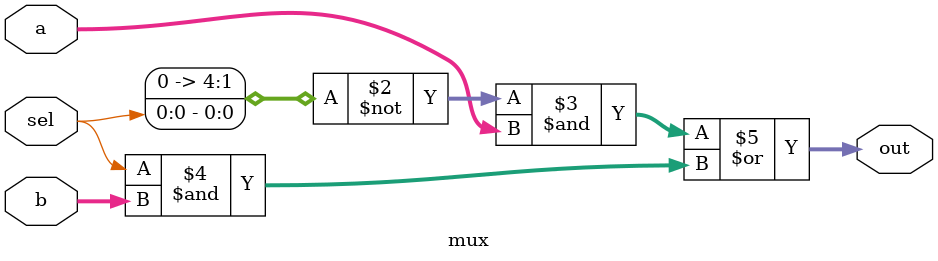
<source format=v>
module mux( 
input [4:0] a, b,
input sel,
output [4:0] out );
// When sel=0, assign a to out. 
// When sel=1, assign b to out.
// The input mux takes in [4:0] a and b and selects one of them based on the input sel.

// Create a 4bit multiplexer
// When sel=0, assign a[0] to out[0].
// When sel=1, assign b[0] to out[0].
// Create a 32bit 2-to-1 multiplexer

assign out = (~sel & a) | (sel & b);

endmodule

</source>
